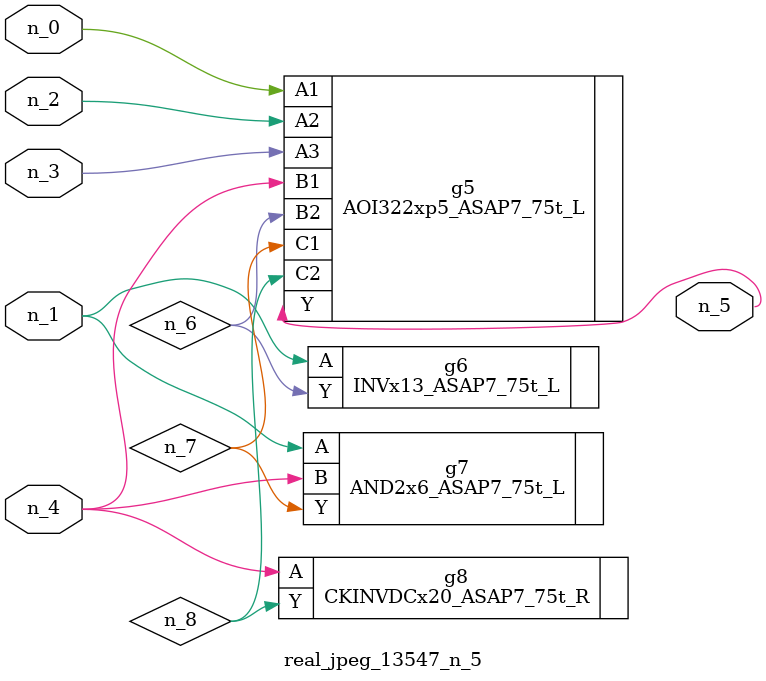
<source format=v>
module real_jpeg_13547_n_5 (n_4, n_0, n_1, n_2, n_3, n_5);

input n_4;
input n_0;
input n_1;
input n_2;
input n_3;

output n_5;

wire n_8;
wire n_6;
wire n_7;

AOI322xp5_ASAP7_75t_L g5 ( 
.A1(n_0),
.A2(n_2),
.A3(n_3),
.B1(n_4),
.B2(n_6),
.C1(n_7),
.C2(n_8),
.Y(n_5)
);

INVx13_ASAP7_75t_L g6 ( 
.A(n_1),
.Y(n_6)
);

AND2x6_ASAP7_75t_L g7 ( 
.A(n_1),
.B(n_4),
.Y(n_7)
);

CKINVDCx20_ASAP7_75t_R g8 ( 
.A(n_4),
.Y(n_8)
);


endmodule
</source>
